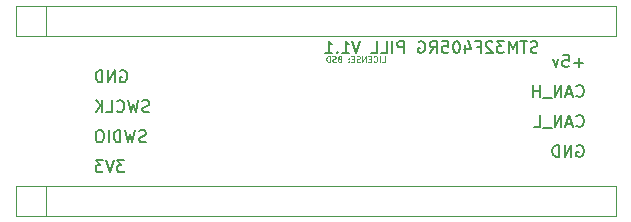
<source format=gbo>
G04 #@! TF.GenerationSoftware,KiCad,Pcbnew,(6.0.7-1)-1*
G04 #@! TF.CreationDate,2022-09-30T10:49:52-04:00*
G04 #@! TF.ProjectId,F405_pill,46343035-5f70-4696-9c6c-2e6b69636164,rev?*
G04 #@! TF.SameCoordinates,Original*
G04 #@! TF.FileFunction,Legend,Bot*
G04 #@! TF.FilePolarity,Positive*
%FSLAX46Y46*%
G04 Gerber Fmt 4.6, Leading zero omitted, Abs format (unit mm)*
G04 Created by KiCad (PCBNEW (6.0.7-1)-1) date 2022-09-30 10:49:52*
%MOMM*%
%LPD*%
G01*
G04 APERTURE LIST*
%ADD10C,0.150000*%
%ADD11C,0.080000*%
%ADD12C,0.120000*%
%ADD13C,1.524000*%
%ADD14C,0.700000*%
%ADD15O,2.100000X1.050000*%
G04 APERTURE END LIST*
D10*
X141776190Y-79704761D02*
X141633333Y-79752380D01*
X141395238Y-79752380D01*
X141300000Y-79704761D01*
X141252380Y-79657142D01*
X141204761Y-79561904D01*
X141204761Y-79466666D01*
X141252380Y-79371428D01*
X141300000Y-79323809D01*
X141395238Y-79276190D01*
X141585714Y-79228571D01*
X141680952Y-79180952D01*
X141728571Y-79133333D01*
X141776190Y-79038095D01*
X141776190Y-78942857D01*
X141728571Y-78847619D01*
X141680952Y-78800000D01*
X141585714Y-78752380D01*
X141347619Y-78752380D01*
X141204761Y-78800000D01*
X140919047Y-78752380D02*
X140347619Y-78752380D01*
X140633333Y-79752380D02*
X140633333Y-78752380D01*
X140014285Y-79752380D02*
X140014285Y-78752380D01*
X139680952Y-79466666D01*
X139347619Y-78752380D01*
X139347619Y-79752380D01*
X138966666Y-78752380D02*
X138347619Y-78752380D01*
X138680952Y-79133333D01*
X138538095Y-79133333D01*
X138442857Y-79180952D01*
X138395238Y-79228571D01*
X138347619Y-79323809D01*
X138347619Y-79561904D01*
X138395238Y-79657142D01*
X138442857Y-79704761D01*
X138538095Y-79752380D01*
X138823809Y-79752380D01*
X138919047Y-79704761D01*
X138966666Y-79657142D01*
X137966666Y-78847619D02*
X137919047Y-78800000D01*
X137823809Y-78752380D01*
X137585714Y-78752380D01*
X137490476Y-78800000D01*
X137442857Y-78847619D01*
X137395238Y-78942857D01*
X137395238Y-79038095D01*
X137442857Y-79180952D01*
X138014285Y-79752380D01*
X137395238Y-79752380D01*
X136633333Y-79228571D02*
X136966666Y-79228571D01*
X136966666Y-79752380D02*
X136966666Y-78752380D01*
X136490476Y-78752380D01*
X135680952Y-79085714D02*
X135680952Y-79752380D01*
X135919047Y-78704761D02*
X136157142Y-79419047D01*
X135538095Y-79419047D01*
X134966666Y-78752380D02*
X134871428Y-78752380D01*
X134776190Y-78800000D01*
X134728571Y-78847619D01*
X134680952Y-78942857D01*
X134633333Y-79133333D01*
X134633333Y-79371428D01*
X134680952Y-79561904D01*
X134728571Y-79657142D01*
X134776190Y-79704761D01*
X134871428Y-79752380D01*
X134966666Y-79752380D01*
X135061904Y-79704761D01*
X135109523Y-79657142D01*
X135157142Y-79561904D01*
X135204761Y-79371428D01*
X135204761Y-79133333D01*
X135157142Y-78942857D01*
X135109523Y-78847619D01*
X135061904Y-78800000D01*
X134966666Y-78752380D01*
X133728571Y-78752380D02*
X134204761Y-78752380D01*
X134252380Y-79228571D01*
X134204761Y-79180952D01*
X134109523Y-79133333D01*
X133871428Y-79133333D01*
X133776190Y-79180952D01*
X133728571Y-79228571D01*
X133680952Y-79323809D01*
X133680952Y-79561904D01*
X133728571Y-79657142D01*
X133776190Y-79704761D01*
X133871428Y-79752380D01*
X134109523Y-79752380D01*
X134204761Y-79704761D01*
X134252380Y-79657142D01*
X132680952Y-79752380D02*
X133014285Y-79276190D01*
X133252380Y-79752380D02*
X133252380Y-78752380D01*
X132871428Y-78752380D01*
X132776190Y-78800000D01*
X132728571Y-78847619D01*
X132680952Y-78942857D01*
X132680952Y-79085714D01*
X132728571Y-79180952D01*
X132776190Y-79228571D01*
X132871428Y-79276190D01*
X133252380Y-79276190D01*
X131728571Y-78800000D02*
X131823809Y-78752380D01*
X131966666Y-78752380D01*
X132109523Y-78800000D01*
X132204761Y-78895238D01*
X132252380Y-78990476D01*
X132300000Y-79180952D01*
X132300000Y-79323809D01*
X132252380Y-79514285D01*
X132204761Y-79609523D01*
X132109523Y-79704761D01*
X131966666Y-79752380D01*
X131871428Y-79752380D01*
X131728571Y-79704761D01*
X131680952Y-79657142D01*
X131680952Y-79323809D01*
X131871428Y-79323809D01*
X130490476Y-79752380D02*
X130490476Y-78752380D01*
X130109523Y-78752380D01*
X130014285Y-78800000D01*
X129966666Y-78847619D01*
X129919047Y-78942857D01*
X129919047Y-79085714D01*
X129966666Y-79180952D01*
X130014285Y-79228571D01*
X130109523Y-79276190D01*
X130490476Y-79276190D01*
X129490476Y-79752380D02*
X129490476Y-78752380D01*
X128538095Y-79752380D02*
X129014285Y-79752380D01*
X129014285Y-78752380D01*
X127728571Y-79752380D02*
X128204761Y-79752380D01*
X128204761Y-78752380D01*
X126776190Y-78752380D02*
X126442857Y-79752380D01*
X126109523Y-78752380D01*
X125252380Y-79752380D02*
X125823809Y-79752380D01*
X125538095Y-79752380D02*
X125538095Y-78752380D01*
X125633333Y-78895238D01*
X125728571Y-78990476D01*
X125823809Y-79038095D01*
X124823809Y-79657142D02*
X124776190Y-79704761D01*
X124823809Y-79752380D01*
X124871428Y-79704761D01*
X124823809Y-79657142D01*
X124823809Y-79752380D01*
X123823809Y-79752380D02*
X124395238Y-79752380D01*
X124109523Y-79752380D02*
X124109523Y-78752380D01*
X124204761Y-78895238D01*
X124300000Y-78990476D01*
X124395238Y-79038095D01*
X108626071Y-87264761D02*
X108483214Y-87312380D01*
X108245119Y-87312380D01*
X108149880Y-87264761D01*
X108102261Y-87217142D01*
X108054642Y-87121904D01*
X108054642Y-87026666D01*
X108102261Y-86931428D01*
X108149880Y-86883809D01*
X108245119Y-86836190D01*
X108435595Y-86788571D01*
X108530833Y-86740952D01*
X108578452Y-86693333D01*
X108626071Y-86598095D01*
X108626071Y-86502857D01*
X108578452Y-86407619D01*
X108530833Y-86360000D01*
X108435595Y-86312380D01*
X108197500Y-86312380D01*
X108054642Y-86360000D01*
X107721309Y-86312380D02*
X107483214Y-87312380D01*
X107292738Y-86598095D01*
X107102261Y-87312380D01*
X106864166Y-86312380D01*
X106483214Y-87312380D02*
X106483214Y-86312380D01*
X106245119Y-86312380D01*
X106102261Y-86360000D01*
X106007023Y-86455238D01*
X105959404Y-86550476D01*
X105911785Y-86740952D01*
X105911785Y-86883809D01*
X105959404Y-87074285D01*
X106007023Y-87169523D01*
X106102261Y-87264761D01*
X106245119Y-87312380D01*
X106483214Y-87312380D01*
X105483214Y-87312380D02*
X105483214Y-86312380D01*
X104816547Y-86312380D02*
X104626071Y-86312380D01*
X104530833Y-86360000D01*
X104435595Y-86455238D01*
X104387976Y-86645714D01*
X104387976Y-86979047D01*
X104435595Y-87169523D01*
X104530833Y-87264761D01*
X104626071Y-87312380D01*
X104816547Y-87312380D01*
X104911785Y-87264761D01*
X105007023Y-87169523D01*
X105054642Y-86979047D01*
X105054642Y-86645714D01*
X105007023Y-86455238D01*
X104911785Y-86360000D01*
X104816547Y-86312380D01*
X106816547Y-88852380D02*
X106197500Y-88852380D01*
X106530833Y-89233333D01*
X106387976Y-89233333D01*
X106292738Y-89280952D01*
X106245119Y-89328571D01*
X106197500Y-89423809D01*
X106197500Y-89661904D01*
X106245119Y-89757142D01*
X106292738Y-89804761D01*
X106387976Y-89852380D01*
X106673690Y-89852380D01*
X106768928Y-89804761D01*
X106816547Y-89757142D01*
X105911785Y-88852380D02*
X105578452Y-89852380D01*
X105245119Y-88852380D01*
X105007023Y-88852380D02*
X104387976Y-88852380D01*
X104721309Y-89233333D01*
X104578452Y-89233333D01*
X104483214Y-89280952D01*
X104435595Y-89328571D01*
X104387976Y-89423809D01*
X104387976Y-89661904D01*
X104435595Y-89757142D01*
X104483214Y-89804761D01*
X104578452Y-89852380D01*
X104864166Y-89852380D01*
X104959404Y-89804761D01*
X105007023Y-89757142D01*
X108911785Y-84724761D02*
X108768928Y-84772380D01*
X108530833Y-84772380D01*
X108435595Y-84724761D01*
X108387976Y-84677142D01*
X108340357Y-84581904D01*
X108340357Y-84486666D01*
X108387976Y-84391428D01*
X108435595Y-84343809D01*
X108530833Y-84296190D01*
X108721309Y-84248571D01*
X108816547Y-84200952D01*
X108864166Y-84153333D01*
X108911785Y-84058095D01*
X108911785Y-83962857D01*
X108864166Y-83867619D01*
X108816547Y-83820000D01*
X108721309Y-83772380D01*
X108483214Y-83772380D01*
X108340357Y-83820000D01*
X108007023Y-83772380D02*
X107768928Y-84772380D01*
X107578452Y-84058095D01*
X107387976Y-84772380D01*
X107149880Y-83772380D01*
X106197500Y-84677142D02*
X106245119Y-84724761D01*
X106387976Y-84772380D01*
X106483214Y-84772380D01*
X106626071Y-84724761D01*
X106721309Y-84629523D01*
X106768928Y-84534285D01*
X106816547Y-84343809D01*
X106816547Y-84200952D01*
X106768928Y-84010476D01*
X106721309Y-83915238D01*
X106626071Y-83820000D01*
X106483214Y-83772380D01*
X106387976Y-83772380D01*
X106245119Y-83820000D01*
X106197500Y-83867619D01*
X105292738Y-84772380D02*
X105768928Y-84772380D01*
X105768928Y-83772380D01*
X104959404Y-84772380D02*
X104959404Y-83772380D01*
X104387976Y-84772380D02*
X104816547Y-84200952D01*
X104387976Y-83772380D02*
X104959404Y-84343809D01*
X145140595Y-87620000D02*
X145235833Y-87572380D01*
X145378690Y-87572380D01*
X145521547Y-87620000D01*
X145616785Y-87715238D01*
X145664404Y-87810476D01*
X145712023Y-88000952D01*
X145712023Y-88143809D01*
X145664404Y-88334285D01*
X145616785Y-88429523D01*
X145521547Y-88524761D01*
X145378690Y-88572380D01*
X145283452Y-88572380D01*
X145140595Y-88524761D01*
X145092976Y-88477142D01*
X145092976Y-88143809D01*
X145283452Y-88143809D01*
X144664404Y-88572380D02*
X144664404Y-87572380D01*
X144092976Y-88572380D01*
X144092976Y-87572380D01*
X143616785Y-88572380D02*
X143616785Y-87572380D01*
X143378690Y-87572380D01*
X143235833Y-87620000D01*
X143140595Y-87715238D01*
X143092976Y-87810476D01*
X143045357Y-88000952D01*
X143045357Y-88143809D01*
X143092976Y-88334285D01*
X143140595Y-88429523D01*
X143235833Y-88524761D01*
X143378690Y-88572380D01*
X143616785Y-88572380D01*
X145664404Y-80571428D02*
X144902500Y-80571428D01*
X145283452Y-80952380D02*
X145283452Y-80190476D01*
X143950119Y-79952380D02*
X144426309Y-79952380D01*
X144473928Y-80428571D01*
X144426309Y-80380952D01*
X144331071Y-80333333D01*
X144092976Y-80333333D01*
X143997738Y-80380952D01*
X143950119Y-80428571D01*
X143902500Y-80523809D01*
X143902500Y-80761904D01*
X143950119Y-80857142D01*
X143997738Y-80904761D01*
X144092976Y-80952380D01*
X144331071Y-80952380D01*
X144426309Y-80904761D01*
X144473928Y-80857142D01*
X143569166Y-80285714D02*
X143331071Y-80952380D01*
X143092976Y-80285714D01*
X145092976Y-85937142D02*
X145140595Y-85984761D01*
X145283452Y-86032380D01*
X145378690Y-86032380D01*
X145521547Y-85984761D01*
X145616785Y-85889523D01*
X145664404Y-85794285D01*
X145712023Y-85603809D01*
X145712023Y-85460952D01*
X145664404Y-85270476D01*
X145616785Y-85175238D01*
X145521547Y-85080000D01*
X145378690Y-85032380D01*
X145283452Y-85032380D01*
X145140595Y-85080000D01*
X145092976Y-85127619D01*
X144712023Y-85746666D02*
X144235833Y-85746666D01*
X144807261Y-86032380D02*
X144473928Y-85032380D01*
X144140595Y-86032380D01*
X143807261Y-86032380D02*
X143807261Y-85032380D01*
X143235833Y-86032380D01*
X143235833Y-85032380D01*
X142997738Y-86127619D02*
X142235833Y-86127619D01*
X141521547Y-86032380D02*
X141997738Y-86032380D01*
X141997738Y-85032380D01*
X106483214Y-81280000D02*
X106578452Y-81232380D01*
X106721309Y-81232380D01*
X106864166Y-81280000D01*
X106959404Y-81375238D01*
X107007023Y-81470476D01*
X107054642Y-81660952D01*
X107054642Y-81803809D01*
X107007023Y-81994285D01*
X106959404Y-82089523D01*
X106864166Y-82184761D01*
X106721309Y-82232380D01*
X106626071Y-82232380D01*
X106483214Y-82184761D01*
X106435595Y-82137142D01*
X106435595Y-81803809D01*
X106626071Y-81803809D01*
X106007023Y-82232380D02*
X106007023Y-81232380D01*
X105435595Y-82232380D01*
X105435595Y-81232380D01*
X104959404Y-82232380D02*
X104959404Y-81232380D01*
X104721309Y-81232380D01*
X104578452Y-81280000D01*
X104483214Y-81375238D01*
X104435595Y-81470476D01*
X104387976Y-81660952D01*
X104387976Y-81803809D01*
X104435595Y-81994285D01*
X104483214Y-82089523D01*
X104578452Y-82184761D01*
X104721309Y-82232380D01*
X104959404Y-82232380D01*
D11*
X128614285Y-80526190D02*
X128852380Y-80526190D01*
X128852380Y-80026190D01*
X128447619Y-80526190D02*
X128447619Y-80026190D01*
X127923809Y-80478571D02*
X127947619Y-80502380D01*
X128019047Y-80526190D01*
X128066666Y-80526190D01*
X128138095Y-80502380D01*
X128185714Y-80454761D01*
X128209523Y-80407142D01*
X128233333Y-80311904D01*
X128233333Y-80240476D01*
X128209523Y-80145238D01*
X128185714Y-80097619D01*
X128138095Y-80050000D01*
X128066666Y-80026190D01*
X128019047Y-80026190D01*
X127947619Y-80050000D01*
X127923809Y-80073809D01*
X127709523Y-80264285D02*
X127542857Y-80264285D01*
X127471428Y-80526190D02*
X127709523Y-80526190D01*
X127709523Y-80026190D01*
X127471428Y-80026190D01*
X127257142Y-80526190D02*
X127257142Y-80026190D01*
X126971428Y-80526190D01*
X126971428Y-80026190D01*
X126757142Y-80502380D02*
X126685714Y-80526190D01*
X126566666Y-80526190D01*
X126519047Y-80502380D01*
X126495238Y-80478571D01*
X126471428Y-80430952D01*
X126471428Y-80383333D01*
X126495238Y-80335714D01*
X126519047Y-80311904D01*
X126566666Y-80288095D01*
X126661904Y-80264285D01*
X126709523Y-80240476D01*
X126733333Y-80216666D01*
X126757142Y-80169047D01*
X126757142Y-80121428D01*
X126733333Y-80073809D01*
X126709523Y-80050000D01*
X126661904Y-80026190D01*
X126542857Y-80026190D01*
X126471428Y-80050000D01*
X126257142Y-80264285D02*
X126090476Y-80264285D01*
X126019047Y-80526190D02*
X126257142Y-80526190D01*
X126257142Y-80026190D01*
X126019047Y-80026190D01*
X125804761Y-80478571D02*
X125780952Y-80502380D01*
X125804761Y-80526190D01*
X125828571Y-80502380D01*
X125804761Y-80478571D01*
X125804761Y-80526190D01*
X125804761Y-80216666D02*
X125780952Y-80240476D01*
X125804761Y-80264285D01*
X125828571Y-80240476D01*
X125804761Y-80216666D01*
X125804761Y-80264285D01*
X125019047Y-80264285D02*
X124947619Y-80288095D01*
X124923809Y-80311904D01*
X124900000Y-80359523D01*
X124900000Y-80430952D01*
X124923809Y-80478571D01*
X124947619Y-80502380D01*
X124995238Y-80526190D01*
X125185714Y-80526190D01*
X125185714Y-80026190D01*
X125019047Y-80026190D01*
X124971428Y-80050000D01*
X124947619Y-80073809D01*
X124923809Y-80121428D01*
X124923809Y-80169047D01*
X124947619Y-80216666D01*
X124971428Y-80240476D01*
X125019047Y-80264285D01*
X125185714Y-80264285D01*
X124709523Y-80502380D02*
X124638095Y-80526190D01*
X124519047Y-80526190D01*
X124471428Y-80502380D01*
X124447619Y-80478571D01*
X124423809Y-80430952D01*
X124423809Y-80383333D01*
X124447619Y-80335714D01*
X124471428Y-80311904D01*
X124519047Y-80288095D01*
X124614285Y-80264285D01*
X124661904Y-80240476D01*
X124685714Y-80216666D01*
X124709523Y-80169047D01*
X124709523Y-80121428D01*
X124685714Y-80073809D01*
X124661904Y-80050000D01*
X124614285Y-80026190D01*
X124495238Y-80026190D01*
X124423809Y-80050000D01*
X124209523Y-80526190D02*
X124209523Y-80026190D01*
X124090476Y-80026190D01*
X124019047Y-80050000D01*
X123971428Y-80097619D01*
X123947619Y-80145238D01*
X123923809Y-80240476D01*
X123923809Y-80311904D01*
X123947619Y-80407142D01*
X123971428Y-80454761D01*
X124019047Y-80502380D01*
X124090476Y-80526190D01*
X124209523Y-80526190D01*
D10*
X145092976Y-83397142D02*
X145140595Y-83444761D01*
X145283452Y-83492380D01*
X145378690Y-83492380D01*
X145521547Y-83444761D01*
X145616785Y-83349523D01*
X145664404Y-83254285D01*
X145712023Y-83063809D01*
X145712023Y-82920952D01*
X145664404Y-82730476D01*
X145616785Y-82635238D01*
X145521547Y-82540000D01*
X145378690Y-82492380D01*
X145283452Y-82492380D01*
X145140595Y-82540000D01*
X145092976Y-82587619D01*
X144712023Y-83206666D02*
X144235833Y-83206666D01*
X144807261Y-83492380D02*
X144473928Y-82492380D01*
X144140595Y-83492380D01*
X143807261Y-83492380D02*
X143807261Y-82492380D01*
X143235833Y-83492380D01*
X143235833Y-82492380D01*
X142997738Y-83587619D02*
X142235833Y-83587619D01*
X141997738Y-83492380D02*
X141997738Y-82492380D01*
X141997738Y-82968571D02*
X141426309Y-82968571D01*
X141426309Y-83492380D02*
X141426309Y-82492380D01*
D12*
X97617000Y-93567000D02*
X148417000Y-93567000D01*
X148417000Y-93567000D02*
X148417000Y-91027000D01*
X148417000Y-91027000D02*
X97617000Y-91027000D01*
X97617000Y-91027000D02*
X97617000Y-93567000D01*
X97617000Y-78327000D02*
X100157000Y-78327000D01*
X100157000Y-78327000D02*
X100157000Y-75787000D01*
X100157000Y-75787000D02*
X97617000Y-75787000D01*
X97617000Y-75787000D02*
X97617000Y-78327000D01*
X97617000Y-78327000D02*
X148417000Y-78327000D01*
X148417000Y-78327000D02*
X148417000Y-75787000D01*
X148417000Y-75787000D02*
X97617000Y-75787000D01*
X97617000Y-75787000D02*
X97617000Y-78327000D01*
X97617000Y-93567000D02*
X100157000Y-93567000D01*
X100157000Y-93567000D02*
X100157000Y-91027000D01*
X100157000Y-91027000D02*
X97617000Y-91027000D01*
X97617000Y-91027000D02*
X97617000Y-93567000D01*
%LPC*%
D13*
X146982000Y-88222000D03*
X146982000Y-85682000D03*
X146982000Y-83142000D03*
X146982000Y-80602000D03*
X129800000Y-84130000D03*
X129800000Y-86670000D03*
X130070000Y-89300000D03*
X127530000Y-89300000D03*
X147147000Y-77057000D03*
X144607000Y-77057000D03*
X142067000Y-77057000D03*
X139527000Y-77057000D03*
X136987000Y-77057000D03*
X134447000Y-77057000D03*
X131907000Y-77057000D03*
X129367000Y-77057000D03*
X126827000Y-77057000D03*
X124287000Y-77057000D03*
X121747000Y-77057000D03*
X119207000Y-77057000D03*
X116667000Y-77057000D03*
X114127000Y-77057000D03*
X111587000Y-77057000D03*
X109047000Y-77057000D03*
X106507000Y-77057000D03*
X103967000Y-77057000D03*
X101427000Y-77057000D03*
X98887000Y-77057000D03*
X98887000Y-92297000D03*
X101427000Y-92297000D03*
X103967000Y-92297000D03*
X106507000Y-92297000D03*
X109047000Y-92297000D03*
X111587000Y-92297000D03*
X114103395Y-92306993D03*
X116667000Y-92297000D03*
X119207000Y-92297000D03*
X121747000Y-92297000D03*
X124287000Y-92297000D03*
X126827000Y-92297000D03*
X129367000Y-92297000D03*
X131907000Y-92297000D03*
X134447000Y-92297000D03*
X136987000Y-92297000D03*
X139527000Y-92297000D03*
X142067000Y-92297000D03*
X144607000Y-92297000D03*
X147147000Y-92297000D03*
X102882000Y-81502000D03*
X102882000Y-84042000D03*
X102882000Y-86582000D03*
X102882000Y-89122000D03*
D14*
X99332000Y-87602000D03*
X99332000Y-81822000D03*
D15*
X99862000Y-80392000D03*
X99862000Y-89032000D03*
X95682000Y-80392000D03*
X95682000Y-89032000D03*
M02*

</source>
